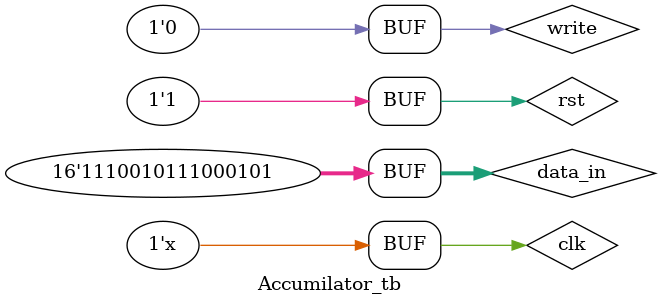
<source format=v>
module Accumilator_tb;
     reg clk,write,rst;
     reg [15:0] data_in;

     wire[15:0] data_out;

     parameter clk_period = 10;

     Accumilator ac_1(clk,write,rst,data_in,data_out);
    initial begin
       clk = 0;
    end
     
     always 
       #(clk_period/2) clk = ~clk;


     initial
         begin
            rst = 0; write = 0;
            #(clk_period*5)

            data_in  =16'b0010010001000101; write = 1;
            #clk_period

            data_in  =16'b1110010111000101; write = 0;
            #clk_period

            rst = 1;
        end 
endmodule
     
</source>
